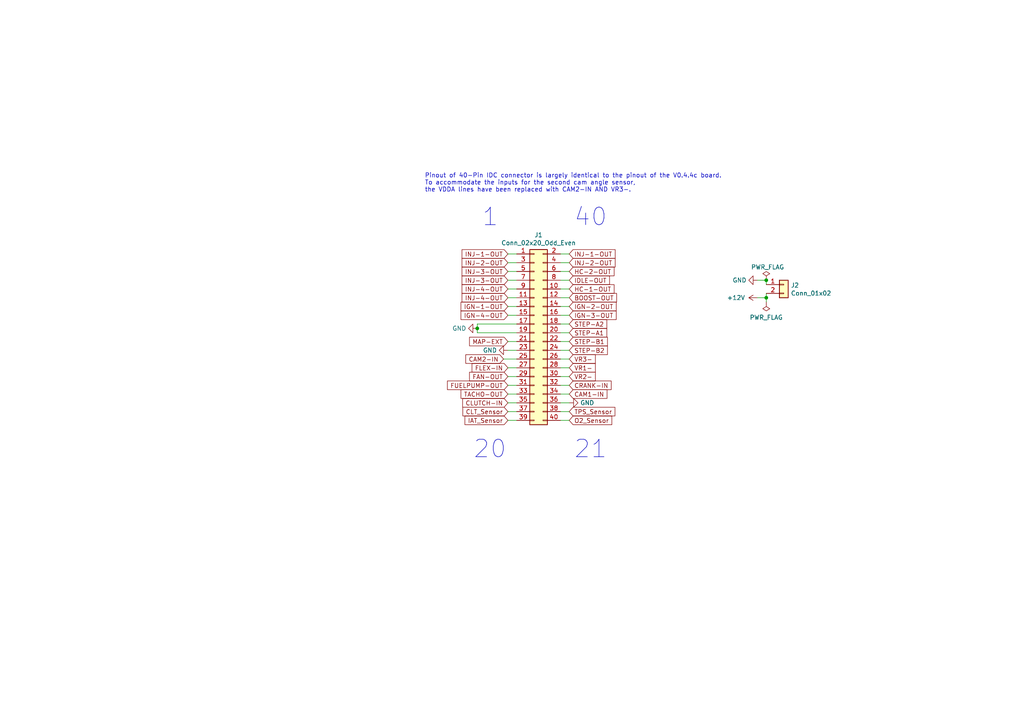
<source format=kicad_sch>
(kicad_sch (version 20211123) (generator eeschema)
  (paper "A4")
  (title_block (title "Speeduino board for Teensy 4.1") (date "2023-01-02") (rev "5") (company "Fontys Eindhoven EXPO group 13 || Speeduino") (comment 1 "Adapted from Speeduino V0.4.4c board"))
  (lib_symbols
    (symbol "Connector_Generic:Conn_01x02" (pin_names (offset 1.016) hide)
      (property "Reference" "J" (at 0 2.54 0))
      (property "Value" "Conn_01x02" (at 0 -5.08 0))
      (symbol "Conn_01x02_1_1"
        (rectangle (start -1.27 -2.413) (end 0 -2.667) (stroke (width 0.1524)))
        (rectangle (start -1.27 0.127) (end 0 -0.127) (stroke (width 0.1524)))
        (rectangle (start -1.27 1.27) (end 1.27 -3.81) (stroke (width 0.254)) (fill (type background)))
        (pin passive line (at -5.08 0 0) (length 3.81) (name "Pin_1") (number "1"))
        (pin passive line (at -5.08 -2.54 0) (length 3.81) (name "Pin_2") (number "2"))
      )
    )
    (symbol "Connector_Generic:Conn_02x20_Odd_Even" (pin_names (offset 1.016) hide)
      (property "Reference" "J" (at 1.27 25.4 0))
      (property "Value" "Conn_02x20_Odd_Even" (at 1.27 -27.94 0))
      (symbol "Conn_02x20_Odd_Even_1_1"
        (rectangle (start -1.27 -25.273) (end 0 -25.527) (stroke (width 0.1524)))
        (rectangle (start -1.27 -22.733) (end 0 -22.987) (stroke (width 0.1524)))
        (rectangle (start -1.27 -20.193) (end 0 -20.447) (stroke (width 0.1524)))
        (rectangle (start -1.27 -17.653) (end 0 -17.907) (stroke (width 0.1524)))
        (rectangle (start -1.27 -15.113) (end 0 -15.367) (stroke (width 0.1524)))
        (rectangle (start -1.27 -12.573) (end 0 -12.827) (stroke (width 0.1524)))
        (rectangle (start -1.27 -10.033) (end 0 -10.287) (stroke (width 0.1524)))
        (rectangle (start -1.27 -7.493) (end 0 -7.747) (stroke (width 0.1524)))
        (rectangle (start -1.27 -4.953) (end 0 -5.207) (stroke (width 0.1524)))
        (rectangle (start -1.27 -2.413) (end 0 -2.667) (stroke (width 0.1524)))
        (rectangle (start -1.27 0.127) (end 0 -0.127) (stroke (width 0.1524)))
        (rectangle (start -1.27 2.667) (end 0 2.413) (stroke (width 0.1524)))
        (rectangle (start -1.27 5.207) (end 0 4.953) (stroke (width 0.1524)))
        (rectangle (start -1.27 7.747) (end 0 7.493) (stroke (width 0.1524)))
        (rectangle (start -1.27 10.287) (end 0 10.033) (stroke (width 0.1524)))
        (rectangle (start -1.27 12.827) (end 0 12.573) (stroke (width 0.1524)))
        (rectangle (start -1.27 15.367) (end 0 15.113) (stroke (width 0.1524)))
        (rectangle (start -1.27 17.907) (end 0 17.653) (stroke (width 0.1524)))
        (rectangle (start -1.27 20.447) (end 0 20.193) (stroke (width 0.1524)))
        (rectangle (start -1.27 22.987) (end 0 22.733) (stroke (width 0.1524)))
        (rectangle (start -1.27 24.13) (end 3.81 -26.67) (stroke (width 0.254)) (fill (type background)))
        (rectangle (start 3.81 -25.273) (end 2.54 -25.527) (stroke (width 0.1524)))
        (rectangle (start 3.81 -22.733) (end 2.54 -22.987) (stroke (width 0.1524)))
        (rectangle (start 3.81 -20.193) (end 2.54 -20.447) (stroke (width 0.1524)))
        (rectangle (start 3.81 -17.653) (end 2.54 -17.907) (stroke (width 0.1524)))
        (rectangle (start 3.81 -15.113) (end 2.54 -15.367) (stroke (width 0.1524)))
        (rectangle (start 3.81 -12.573) (end 2.54 -12.827) (stroke (width 0.1524)))
        (rectangle (start 3.81 -10.033) (end 2.54 -10.287) (stroke (width 0.1524)))
        (rectangle (start 3.81 -7.493) (end 2.54 -7.747) (stroke (width 0.1524)))
        (rectangle (start 3.81 -4.953) (end 2.54 -5.207) (stroke (width 0.1524)))
        (rectangle (start 3.81 -2.413) (end 2.54 -2.667) (stroke (width 0.1524)))
        (rectangle (start 3.81 0.127) (end 2.54 -0.127) (stroke (width 0.1524)))
        (rectangle (start 3.81 2.667) (end 2.54 2.413) (stroke (width 0.1524)))
        (rectangle (start 3.81 5.207) (end 2.54 4.953) (stroke (width 0.1524)))
        (rectangle (start 3.81 7.747) (end 2.54 7.493) (stroke (width 0.1524)))
        (rectangle (start 3.81 10.287) (end 2.54 10.033) (stroke (width 0.1524)))
        (rectangle (start 3.81 12.827) (end 2.54 12.573) (stroke (width 0.1524)))
        (rectangle (start 3.81 15.367) (end 2.54 15.113) (stroke (width 0.1524)))
        (rectangle (start 3.81 17.907) (end 2.54 17.653) (stroke (width 0.1524)))
        (rectangle (start 3.81 20.447) (end 2.54 20.193) (stroke (width 0.1524)))
        (rectangle (start 3.81 22.987) (end 2.54 22.733) (stroke (width 0.1524)))
        (pin passive line (at -5.08 22.86 0) (length 3.81) (name "Pin_1") (number "1"))
        (pin passive line (at 7.62 12.7 180) (length 3.81) (name "Pin_10") (number "10"))
        (pin passive line (at -5.08 10.16 0) (length 3.81) (name "Pin_11") (number "11"))
        (pin passive line (at 7.62 10.16 180) (length 3.81) (name "Pin_12") (number "12"))
        (pin passive line (at -5.08 7.62 0) (length 3.81) (name "Pin_13") (number "13"))
        (pin passive line (at 7.62 7.62 180) (length 3.81) (name "Pin_14") (number "14"))
        (pin passive line (at -5.08 5.08 0) (length 3.81) (name "Pin_15") (number "15"))
        (pin passive line (at 7.62 5.08 180) (length 3.81) (name "Pin_16") (number "16"))
        (pin passive line (at -5.08 2.54 0) (length 3.81) (name "Pin_17") (number "17"))
        (pin passive line (at 7.62 2.54 180) (length 3.81) (name "Pin_18") (number "18"))
        (pin passive line (at -5.08 0 0) (length 3.81) (name "Pin_19") (number "19"))
        (pin passive line (at 7.62 22.86 180) (length 3.81) (name "Pin_2") (number "2"))
        (pin passive line (at 7.62 0 180) (length 3.81) (name "Pin_20") (number "20"))
        (pin passive line (at -5.08 -2.54 0) (length 3.81) (name "Pin_21") (number "21"))
        (pin passive line (at 7.62 -2.54 180) (length 3.81) (name "Pin_22") (number "22"))
        (pin passive line (at -5.08 -5.08 0) (length 3.81) (name "Pin_23") (number "23"))
        (pin passive line (at 7.62 -5.08 180) (length 3.81) (name "Pin_24") (number "24"))
        (pin passive line (at -5.08 -7.62 0) (length 3.81) (name "Pin_25") (number "25"))
        (pin passive line (at 7.62 -7.62 180) (length 3.81) (name "Pin_26") (number "26"))
        (pin passive line (at -5.08 -10.16 0) (length 3.81) (name "Pin_27") (number "27"))
        (pin passive line (at 7.62 -10.16 180) (length 3.81) (name "Pin_28") (number "28"))
        (pin passive line (at -5.08 -12.7 0) (length 3.81) (name "Pin_29") (number "29"))
        (pin passive line (at -5.08 20.32 0) (length 3.81) (name "Pin_3") (number "3"))
        (pin passive line (at 7.62 -12.7 180) (length 3.81) (name "Pin_30") (number "30"))
        (pin passive line (at -5.08 -15.24 0) (length 3.81) (name "Pin_31") (number "31"))
        (pin passive line (at 7.62 -15.24 180) (length 3.81) (name "Pin_32") (number "32"))
        (pin passive line (at -5.08 -17.78 0) (length 3.81) (name "Pin_33") (number "33"))
        (pin passive line (at 7.62 -17.78 180) (length 3.81) (name "Pin_34") (number "34"))
        (pin passive line (at -5.08 -20.32 0) (length 3.81) (name "Pin_35") (number "35"))
        (pin passive line (at 7.62 -20.32 180) (length 3.81) (name "Pin_36") (number "36"))
        (pin passive line (at -5.08 -22.86 0) (length 3.81) (name "Pin_37") (number "37"))
        (pin passive line (at 7.62 -22.86 180) (length 3.81) (name "Pin_38") (number "38"))
        (pin passive line (at -5.08 -25.4 0) (length 3.81) (name "Pin_39") (number "39"))
        (pin passive line (at 7.62 20.32 180) (length 3.81) (name "Pin_4") (number "4"))
        (pin passive line (at 7.62 -25.4 180) (length 3.81) (name "Pin_40") (number "40"))
        (pin passive line (at -5.08 17.78 0) (length 3.81) (name "Pin_5") (number "5"))
        (pin passive line (at 7.62 17.78 180) (length 3.81) (name "Pin_6") (number "6"))
        (pin passive line (at -5.08 15.24 0) (length 3.81) (name "Pin_7") (number "7"))
        (pin passive line (at 7.62 15.24 180) (length 3.81) (name "Pin_8") (number "8"))
        (pin passive line (at -5.08 12.7 0) (length 3.81) (name "Pin_9") (number "9"))
      )
    )
    (symbol "power:+12V" (power) (pin_names (offset 0))
      (property "Value" "+12V" (at 0 3.556 0))
      (symbol "+12V_0_1"
        (polyline (pts (xy -0.762 1.27) (xy 0 2.54)))
        (polyline (pts (xy 0 0) (xy 0 2.54)))
        (polyline (pts (xy 0 2.54) (xy 0.762 1.27)))
      )
      (symbol "+12V_1_1"
        (pin power_in line (at 0 0 90) (length 0) hide (name "+12V") (number "1"))
      )
    )
    (symbol "power:GND" (power) (pin_names (offset 0))
      (property "Value" "GND" (at 0 -3.81 0))
      (symbol "GND_0_1"
        (polyline (pts (xy 0 0) (xy 0 -1.27) (xy 1.27 -1.27) (xy 0 -2.54) (xy -1.27 -1.27) (xy 0 -1.27)))
      )
      (symbol "GND_1_1"
        (pin power_in line (at 0 0 270) (length 0) hide (name "GND") (number "1"))
      )
    )
    (symbol "power:PWR_FLAG" (power) (pin_numbers hide) (pin_names (offset 0) hide)
      (property "Value" "PWR_FLAG" (at 0 3.81 0))
      (symbol "PWR_FLAG_0_0"
        (pin power_out line (at 0 0 90) (length 0) (name "pwr") (number "1"))
      )
      (symbol "PWR_FLAG_0_1"
        (polyline (pts (xy 0 0) (xy 0 1.27) (xy -1.016 1.905) (xy 0 2.54) (xy 1.016 1.905) (xy 0 1.27)))
      )
    )
  )
  (junction (at 222.25 81.28))
  (junction (at 138.43 95.25))
  (junction (at 222.25 86.36))
  (wire (pts (xy 165.1 88.9) (xy 162.56 88.9)))
  (wire (pts (xy 147.32 73.66) (xy 149.86 73.66)))
  (wire (pts (xy 162.56 106.68) (xy 165.1 106.68)))
  (wire (pts (xy 147.32 106.68) (xy 149.86 106.68)))
  (wire (pts (xy 147.32 111.76) (xy 149.86 111.76)))
  (wire (pts (xy 165.1 76.2) (xy 162.56 76.2)))
  (wire (pts (xy 222.25 86.36) (xy 222.25 87.63)))
  (wire (pts (xy 165.1 109.22) (xy 162.56 109.22)))
  (wire (pts (xy 219.71 86.36) (xy 222.25 86.36)))
  (wire (pts (xy 165.1 114.3) (xy 162.56 114.3)))
  (wire (pts (xy 138.43 93.98) (xy 138.43 95.25)))
  (wire (pts (xy 147.32 114.3) (xy 149.86 114.3)))
  (wire (pts (xy 147.32 121.92) (xy 149.86 121.92)))
  (wire (pts (xy 162.56 101.6) (xy 165.1 101.6)))
  (wire (pts (xy 222.25 86.36) (xy 222.25 85.09)))
  (wire (pts (xy 222.25 81.28) (xy 222.25 82.55)))
  (wire (pts (xy 162.56 116.84) (xy 165.1 116.84)))
  (wire (pts (xy 147.32 88.9) (xy 149.86 88.9)))
  (wire (pts (xy 146.05 104.14) (xy 149.86 104.14)))
  (wire (pts (xy 147.32 116.84) (xy 149.86 116.84)))
  (wire (pts (xy 162.56 81.28) (xy 165.1 81.28)))
  (wire (pts (xy 165.1 104.14) (xy 162.56 104.14)))
  (wire (pts (xy 219.71 81.28) (xy 222.25 81.28)))
  (wire (pts (xy 165.1 99.06) (xy 162.56 99.06)))
  (wire (pts (xy 149.86 86.36) (xy 147.32 86.36)))
  (wire (pts (xy 165.1 93.98) (xy 162.56 93.98)))
  (wire (pts (xy 147.32 99.06) (xy 149.86 99.06)))
  (wire (pts (xy 138.43 95.25) (xy 138.43 96.52)))
  (wire (pts (xy 149.86 93.98) (xy 138.43 93.98)))
  (wire (pts (xy 147.32 109.22) (xy 149.86 109.22)))
  (wire (pts (xy 149.86 76.2) (xy 147.32 76.2)))
  (wire (pts (xy 162.56 78.74) (xy 165.1 78.74)))
  (wire (pts (xy 147.32 83.82) (xy 149.86 83.82)))
  (wire (pts (xy 147.32 101.6) (xy 149.86 101.6)))
  (wire (pts (xy 162.56 121.92) (xy 165.1 121.92)))
  (wire (pts (xy 149.86 91.44) (xy 147.32 91.44)))
  (wire (pts (xy 162.56 91.44) (xy 165.1 91.44)))
  (wire (pts (xy 165.1 86.36) (xy 162.56 86.36)))
  (wire (pts (xy 149.86 96.52) (xy 138.43 96.52)))
  (wire (pts (xy 149.86 81.28) (xy 147.32 81.28)))
  (wire (pts (xy 165.1 83.82) (xy 162.56 83.82)))
  (wire (pts (xy 147.32 78.74) (xy 149.86 78.74)))
  (wire (pts (xy 162.56 96.52) (xy 165.1 96.52)))
  (wire (pts (xy 149.86 119.38) (xy 147.32 119.38)))
  (wire (pts (xy 162.56 111.76) (xy 165.1 111.76)))
  (wire (pts (xy 162.56 73.66) (xy 165.1 73.66)))
  (wire (pts (xy 165.1 119.38) (xy 162.56 119.38)))
  (text "20" (at 137.16 133.35 0) (effects (font (size 5.08 5.08)) (justify left bottom)))
  (text "40" (at 166.37 66.04 0) (effects (font (size 5.08 5.08)) (justify left bottom)))
  (text "1" (at 139.7 66.04 0) (effects (font (size 5.08 5.08)) (justify left bottom)))
  (text "21" (at 166.37 133.35 0) (effects (font (size 5.08 5.08)) (justify left bottom)))
  (text "Pinout of 40-Pin IDC connector is largely identical to the pinout of the V0.4.4c board.\nTo accommodate the inputs for the second cam angle sensor, \nthe VDDA lines have been replaced with CAM2-IN AND VR3-." (at 123.19 55.88 0) (effects (font (size 1.27 1.27)) (justify left bottom)))
  (global_label "O2_Sensor" (shape input) (at 165.1 121.92 0) (property "Intersheet References" "${INTERSHEET_REFS}" (effects hide)))
  (global_label "INJ-3-OUT" (shape input) (at 147.32 81.28 180) (property "Intersheet References" "${INTERSHEET_REFS}" (effects hide)))
  (global_label "CAM2-IN" (shape input) (at 146.05 104.14 180) (property "Intersheet References" "${INTERSHEET_REFS}" (effects hide)))
  (global_label "INJ-3-OUT" (shape input) (at 147.32 78.74 180) (property "Intersheet References" "${INTERSHEET_REFS}" (effects hide)))
  (global_label "IGN-3-OUT" (shape input) (at 165.1 91.44 0) (property "Intersheet References" "${INTERSHEET_REFS}" (effects hide)))
  (global_label "CAM1-IN" (shape input) (at 165.1 114.3 0) (property "Intersheet References" "${INTERSHEET_REFS}" (effects hide)))
  (global_label "CLUTCH-IN" (shape input) (at 147.32 116.84 180) (property "Intersheet References" "${INTERSHEET_REFS}" (effects hide)))
  (global_label "IGN-1-OUT" (shape input) (at 147.32 88.9 180) (property "Intersheet References" "${INTERSHEET_REFS}" (effects hide)))
  (global_label "IGN-4-OUT" (shape input) (at 147.32 91.44 180) (property "Intersheet References" "${INTERSHEET_REFS}" (effects hide)))
  (global_label "CRANK-IN" (shape input) (at 165.1 111.76 0) (property "Intersheet References" "${INTERSHEET_REFS}" (effects hide)))
  (global_label "INJ-1-OUT" (shape input) (at 147.32 73.66 180) (property "Intersheet References" "${INTERSHEET_REFS}" (effects hide)))
  (global_label "IAT_Sensor" (shape input) (at 147.32 121.92 180) (property "Intersheet References" "${INTERSHEET_REFS}" (effects hide)))
  (global_label "STEP-A1" (shape input) (at 165.1 96.52 0) (property "Intersheet References" "${INTERSHEET_REFS}" (effects hide)))
  (global_label "MAP-EXT" (shape input) (at 147.32 99.06 180) (property "Intersheet References" "${INTERSHEET_REFS}" (effects hide)))
  (global_label "INJ-2-OUT" (shape input) (at 165.1 76.2 0) (property "Intersheet References" "${INTERSHEET_REFS}" (effects hide)))
  (global_label "VR2-" (shape input) (at 165.1 109.22 0) (property "Intersheet References" "${INTERSHEET_REFS}" (effects hide)))
  (global_label "INJ-4-OUT" (shape input) (at 147.32 83.82 180) (property "Intersheet References" "${INTERSHEET_REFS}" (effects hide)))
  (global_label "IGN-2-OUT" (shape input) (at 165.1 88.9 0) (property "Intersheet References" "${INTERSHEET_REFS}" (effects hide)))
  (global_label "HC-2-OUT" (shape input) (at 165.1 78.74 0) (property "Intersheet References" "${INTERSHEET_REFS}" (effects hide)))
  (global_label "STEP-B1" (shape input) (at 165.1 99.06 0) (property "Intersheet References" "${INTERSHEET_REFS}" (effects hide)))
  (global_label "STEP-A2" (shape input) (at 165.1 93.98 0) (property "Intersheet References" "${INTERSHEET_REFS}" (effects hide)))
  (global_label "HC-1-OUT" (shape input) (at 165.1 83.82 0) (property "Intersheet References" "${INTERSHEET_REFS}" (effects hide)))
  (global_label "INJ-4-OUT" (shape input) (at 147.32 86.36 180) (property "Intersheet References" "${INTERSHEET_REFS}" (effects hide)))
  (global_label "TPS_Sensor" (shape input) (at 165.1 119.38 0) (property "Intersheet References" "${INTERSHEET_REFS}" (effects hide)))
  (global_label "STEP-B2" (shape input) (at 165.1 101.6 0) (property "Intersheet References" "${INTERSHEET_REFS}" (effects hide)))
  (global_label "TACHO-OUT" (shape input) (at 147.32 114.3 180) (property "Intersheet References" "${INTERSHEET_REFS}" (effects hide)))
  (global_label "IDLE-OUT" (shape input) (at 165.1 81.28 0) (property "Intersheet References" "${INTERSHEET_REFS}" (effects hide)))
  (global_label "BOOST-OUT" (shape input) (at 165.1 86.36 0) (property "Intersheet References" "${INTERSHEET_REFS}" (effects hide)))
  (global_label "INJ-1-OUT" (shape input) (at 165.1 73.66 0) (property "Intersheet References" "${INTERSHEET_REFS}" (effects hide)))
  (global_label "VR1-" (shape input) (at 165.1 106.68 0) (property "Intersheet References" "${INTERSHEET_REFS}" (effects hide)))
  (global_label "FLEX-IN" (shape input) (at 147.32 106.68 180) (property "Intersheet References" "${INTERSHEET_REFS}" (effects hide)))
  (global_label "VR3-" (shape input) (at 165.1 104.14 0) (property "Intersheet References" "${INTERSHEET_REFS}" (effects hide)))
  (global_label "FUELPUMP-OUT" (shape input) (at 147.32 111.76 180) (property "Intersheet References" "${INTERSHEET_REFS}" (effects hide)))
  (global_label "INJ-2-OUT" (shape input) (at 147.32 76.2 180) (property "Intersheet References" "${INTERSHEET_REFS}" (effects hide)))
  (global_label "CLT_Sensor" (shape input) (at 147.32 119.38 180) (property "Intersheet References" "${INTERSHEET_REFS}" (effects hide)))
  (global_label "FAN-OUT" (shape input) (at 147.32 109.22 180) (property "Intersheet References" "${INTERSHEET_REFS}" (effects hide)))
  (symbol (lib_id "Connector_Generic:Conn_02x20_Odd_Even") (at 154.94 96.52 0) (unit 1)
    (property "Reference" "J1" (at 156.21 68.1482 0))
    (property "Value" "Conn_02x20_Odd_Even" (at 156.21 70.4596 0))
    (property "Footprint" "Connector_IDC:IDC-Header_2x20_P2.54mm_Vertical" (effects hide))
  )
  (symbol (lib_id "Connector_Generic:Conn_01x02") (at 227.33 82.55 0) (unit 1)
    (property "Reference" "J2" (at 229.362 82.7532 0) (effects (justify left)))
    (property "Value" "Conn_01x02" (at 229.362 85.0646 0) (effects (justify left)))
    (property "Footprint" "TerminalBlock_Phoenix:TerminalBlock_Phoenix_MKDS-1,5-2-5.08_1x02_P5.08mm_Horizontal" (effects hide))
    (property "Manufacturer_Name" "Weidmüller" (effects hide))
    (property "Manufacturer_Part_Number" "PM5.08/2/90 BLK" (effects hide))
  )
  (symbol (lib_id "power:GND") (at 165.1 116.84 90) (unit 1)
    (property "Reference" "#PWR0164" (effects hide))
    (property "Value" "GND" (at 168.275 116.84 90) (effects (justify right)))
  )
  (symbol (lib_id "power:PWR_FLAG") (at 222.25 87.63 180) (unit 1)
    (property "Reference" "#FLG0105" (effects hide))
    (property "Value" "PWR_FLAG" (at 222.25 92.0734 0))
  )
  (symbol (lib_id "power:PWR_FLAG") (at 222.25 81.28 0) (unit 1)
    (property "Reference" "#FLG0106" (effects hide))
    (property "Value" "PWR_FLAG" (at 217.805 77.47 0) (effects (justify left)))
  )
  (symbol (lib_id "power:GND") (at 147.32 101.6 270) (unit 1)
    (property "Reference" "#PWR0167" (effects hide))
    (property "Value" "GND" (at 144.145 101.6 90) (effects (justify right)))
  )
  (symbol (lib_id "power:GND") (at 138.43 95.25 270) (unit 1)
    (property "Reference" "#PWR0165" (effects hide))
    (property "Value" "GND" (at 135.255 95.25 90) (effects (justify right)))
  )
  (symbol (lib_id "power:+12V") (at 219.71 86.36 90) (unit 1)
    (property "Reference" "#PWR0163" (effects hide))
    (property "Value" "+12V" (at 210.82 86.36 90) (effects (justify right)))
  )
  (symbol (lib_id "power:GND") (at 219.71 81.28 270) (unit 1)
    (property "Reference" "#PWR0162" (effects hide))
    (property "Value" "GND" (at 216.535 81.28 90) (effects (justify right)))
  )
)
</source>
